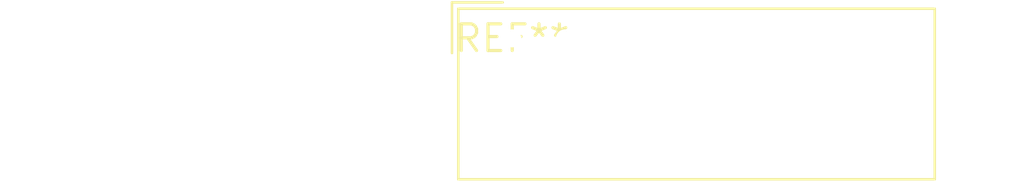
<source format=kicad_pcb>
(kicad_pcb (version 20240108) (generator pcbnew)
  (layers (0 "F.Cu" signal) (31 "B.Cu" signal) (34 "B.Paste" user) (35 "F.Paste" user) (36 "B.SilkS" user "B.Silkscreen") (37 "F.SilkS" user "F.Silkscreen") (38 "B.Mask" user) (39 "F.Mask" user) (44 "Edge.Cuts" user))
  (net 0 "")
  (footprint "Molex_SPOX_5268-08A_1x08_P2.50mm_Horizontal" (layer "F.Cu") (at 0 0)
    (property "Reference" "REF**")
    (property "Value" "Molex_SPOX_5268-08A_1x08_P2.50mm_Horizontal")
    (fp_line (start -2.86 -1.71) (end -0.45 -1.71) (layer "F.SilkS") (stroke (width 0.12)))
    (fp_line (start -2.86 0.7) (end -2.86 -1.71) (layer "F.SilkS") (stroke (width 0.12)))
    (fp_line (start -2.56 -1.41) (end -2.56 6.71) (layer "F.SilkS") (stroke (width 0.12)))
    (fp_line (start -2.56 6.71) (end 20.06 6.71) (layer "F.SilkS") (stroke (width 0.12)))
    (fp_line (start 20.06 -1.41) (end -2.56 -1.41) (layer "F.SilkS") (stroke (width 0.12)))
    (fp_line (start 20.06 6.71) (end 20.06 -1.41) (layer "F.SilkS") (stroke (width 0.12)))
    (pad "1" thru_hole roundrect (at 0 0) (size 1.7 1.85) (drill 0.85) (layers *.Cu *.Mask) (remove_unused_layers) (roundrect_rratio 0.147059))
    (pad "2" thru_hole oval (at 2.5 0) (size 1.7 1.85) (drill 0.85) (layers *.Cu *.Mask) (remove_unused_layers))
    (pad "3" thru_hole oval (at 5 0) (size 1.7 1.85) (drill 0.85) (layers *.Cu *.Mask) (remove_unused_layers))
    (pad "4" thru_hole oval (at 7.5 0) (size 1.7 1.85) (drill 0.85) (layers *.Cu *.Mask) (remove_unused_layers))
    (pad "5" thru_hole oval (at 10 0) (size 1.7 1.85) (drill 0.85) (layers *.Cu *.Mask) (remove_unused_layers))
    (pad "6" thru_hole oval (at 12.5 0) (size 1.7 1.85) (drill 0.85) (layers *.Cu *.Mask) (remove_unused_layers))
    (pad "7" thru_hole oval (at 15 0) (size 1.7 1.85) (drill 0.85) (layers *.Cu *.Mask) (remove_unused_layers))
    (pad "8" thru_hole oval (at 17.5 0) (size 1.7 1.85) (drill 0.85) (layers *.Cu *.Mask) (remove_unused_layers))
  )
)
</source>
